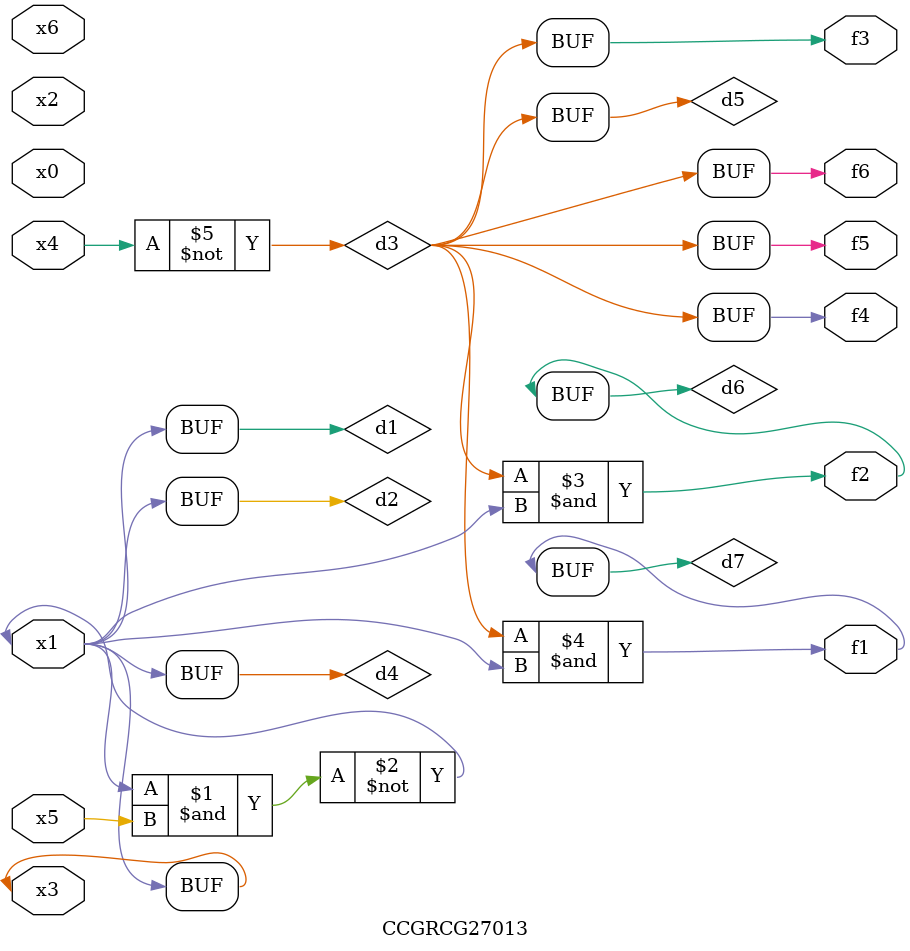
<source format=v>
module CCGRCG27013(
	input x0, x1, x2, x3, x4, x5, x6,
	output f1, f2, f3, f4, f5, f6
);

	wire d1, d2, d3, d4, d5, d6, d7;

	buf (d1, x1, x3);
	nand (d2, x1, x5);
	not (d3, x4);
	buf (d4, d1, d2);
	buf (d5, d3);
	and (d6, d3, d4);
	and (d7, d3, d4);
	assign f1 = d7;
	assign f2 = d6;
	assign f3 = d5;
	assign f4 = d5;
	assign f5 = d5;
	assign f6 = d5;
endmodule

</source>
